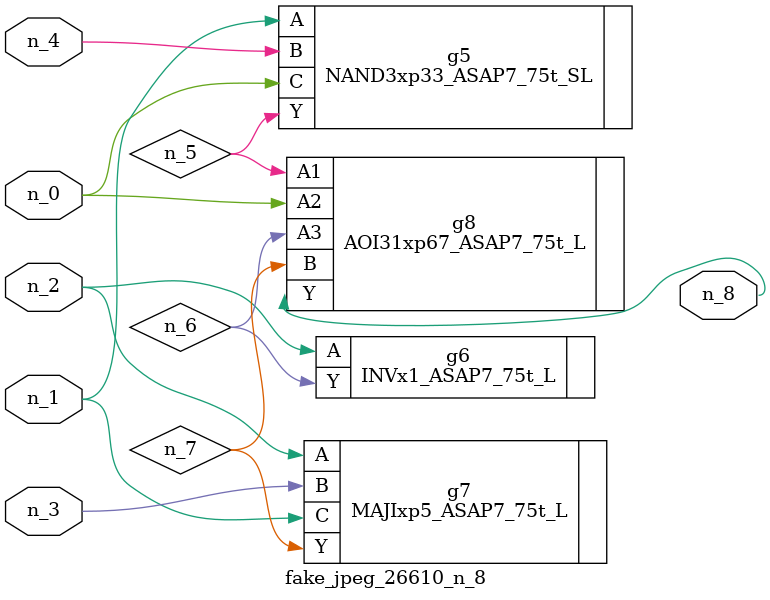
<source format=v>
module fake_jpeg_26610_n_8 (n_3, n_2, n_1, n_0, n_4, n_8);

input n_3;
input n_2;
input n_1;
input n_0;
input n_4;

output n_8;

wire n_6;
wire n_5;
wire n_7;

NAND3xp33_ASAP7_75t_SL g5 ( 
.A(n_1),
.B(n_4),
.C(n_0),
.Y(n_5)
);

INVx1_ASAP7_75t_L g6 ( 
.A(n_2),
.Y(n_6)
);

MAJIxp5_ASAP7_75t_L g7 ( 
.A(n_2),
.B(n_3),
.C(n_1),
.Y(n_7)
);

AOI31xp67_ASAP7_75t_L g8 ( 
.A1(n_5),
.A2(n_0),
.A3(n_6),
.B(n_7),
.Y(n_8)
);


endmodule
</source>
